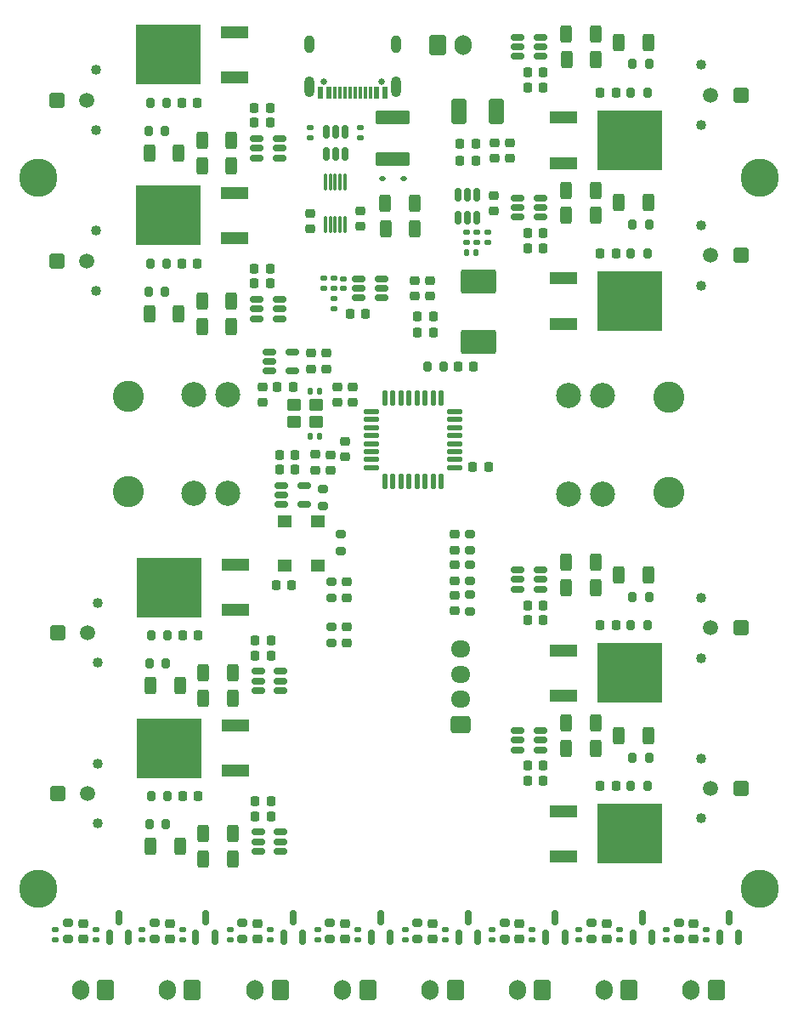
<source format=gbr>
%TF.GenerationSoftware,KiCad,Pcbnew,9.0.3-9.0.3-0~ubuntu24.04.1*%
%TF.CreationDate,2025-08-15T16:19:56-04:00*%
%TF.ProjectId,power distribution,706f7765-7220-4646-9973-747269627574,rev?*%
%TF.SameCoordinates,Original*%
%TF.FileFunction,Soldermask,Top*%
%TF.FilePolarity,Negative*%
%FSLAX46Y46*%
G04 Gerber Fmt 4.6, Leading zero omitted, Abs format (unit mm)*
G04 Created by KiCad (PCBNEW 9.0.3-9.0.3-0~ubuntu24.04.1) date 2025-08-15 16:19:56*
%MOMM*%
%LPD*%
G01*
G04 APERTURE LIST*
G04 Aperture macros list*
%AMRoundRect*
0 Rectangle with rounded corners*
0 $1 Rounding radius*
0 $2 $3 $4 $5 $6 $7 $8 $9 X,Y pos of 4 corners*
0 Add a 4 corners polygon primitive as box body*
4,1,4,$2,$3,$4,$5,$6,$7,$8,$9,$2,$3,0*
0 Add four circle primitives for the rounded corners*
1,1,$1+$1,$2,$3*
1,1,$1+$1,$4,$5*
1,1,$1+$1,$6,$7*
1,1,$1+$1,$8,$9*
0 Add four rect primitives between the rounded corners*
20,1,$1+$1,$2,$3,$4,$5,0*
20,1,$1+$1,$4,$5,$6,$7,0*
20,1,$1+$1,$6,$7,$8,$9,0*
20,1,$1+$1,$8,$9,$2,$3,0*%
G04 Aperture macros list end*
%ADD10RoundRect,0.250000X-0.312500X-0.625000X0.312500X-0.625000X0.312500X0.625000X-0.312500X0.625000X0*%
%ADD11RoundRect,0.225000X-0.250000X0.225000X-0.250000X-0.225000X0.250000X-0.225000X0.250000X0.225000X0*%
%ADD12RoundRect,0.225000X0.225000X0.250000X-0.225000X0.250000X-0.225000X-0.250000X0.225000X-0.250000X0*%
%ADD13RoundRect,0.225000X0.250000X-0.225000X0.250000X0.225000X-0.250000X0.225000X-0.250000X-0.225000X0*%
%ADD14RoundRect,0.218750X0.218750X0.256250X-0.218750X0.256250X-0.218750X-0.256250X0.218750X-0.256250X0*%
%ADD15RoundRect,0.250000X0.312500X0.625000X-0.312500X0.625000X-0.312500X-0.625000X0.312500X-0.625000X0*%
%ADD16RoundRect,0.249999X-1.450001X0.450001X-1.450001X-0.450001X1.450001X-0.450001X1.450001X0.450001X0*%
%ADD17RoundRect,0.218750X-0.256250X0.218750X-0.256250X-0.218750X0.256250X-0.218750X0.256250X0.218750X0*%
%ADD18C,1.020000*%
%ADD19RoundRect,0.250001X0.499999X-0.499999X0.499999X0.499999X-0.499999X0.499999X-0.499999X-0.499999X0*%
%ADD20C,1.500000*%
%ADD21RoundRect,0.200000X-0.200000X-0.275000X0.200000X-0.275000X0.200000X0.275000X-0.200000X0.275000X0*%
%ADD22RoundRect,0.150000X0.150000X-0.587500X0.150000X0.587500X-0.150000X0.587500X-0.150000X-0.587500X0*%
%ADD23C,3.800000*%
%ADD24RoundRect,0.200000X0.275000X-0.200000X0.275000X0.200000X-0.275000X0.200000X-0.275000X-0.200000X0*%
%ADD25R,1.360000X1.230000*%
%ADD26RoundRect,0.135000X-0.185000X0.135000X-0.185000X-0.135000X0.185000X-0.135000X0.185000X0.135000X0*%
%ADD27R,2.800000X1.300000*%
%ADD28R,6.500000X6.000000*%
%ADD29RoundRect,0.150000X-0.512500X-0.150000X0.512500X-0.150000X0.512500X0.150000X-0.512500X0.150000X0*%
%ADD30C,3.100000*%
%ADD31RoundRect,0.150000X-0.150000X0.512500X-0.150000X-0.512500X0.150000X-0.512500X0.150000X0.512500X0*%
%ADD32RoundRect,0.225000X-0.225000X-0.250000X0.225000X-0.250000X0.225000X0.250000X-0.225000X0.250000X0*%
%ADD33RoundRect,0.250001X-0.499999X0.499999X-0.499999X-0.499999X0.499999X-0.499999X0.499999X0.499999X0*%
%ADD34RoundRect,0.200000X0.200000X0.275000X-0.200000X0.275000X-0.200000X-0.275000X0.200000X-0.275000X0*%
%ADD35RoundRect,0.087500X-0.087500X0.725000X-0.087500X-0.725000X0.087500X-0.725000X0.087500X0.725000X0*%
%ADD36RoundRect,0.250000X0.600000X0.750000X-0.600000X0.750000X-0.600000X-0.750000X0.600000X-0.750000X0*%
%ADD37O,1.700000X2.000000*%
%ADD38RoundRect,0.150000X0.512500X0.150000X-0.512500X0.150000X-0.512500X-0.150000X0.512500X-0.150000X0*%
%ADD39RoundRect,0.140000X0.170000X-0.140000X0.170000X0.140000X-0.170000X0.140000X-0.170000X-0.140000X0*%
%ADD40RoundRect,0.135000X0.185000X-0.135000X0.185000X0.135000X-0.185000X0.135000X-0.185000X-0.135000X0*%
%ADD41RoundRect,0.112500X0.187500X0.112500X-0.187500X0.112500X-0.187500X-0.112500X0.187500X-0.112500X0*%
%ADD42RoundRect,0.218750X0.256250X-0.218750X0.256250X0.218750X-0.256250X0.218750X-0.256250X-0.218750X0*%
%ADD43RoundRect,0.140000X0.140000X0.170000X-0.140000X0.170000X-0.140000X-0.170000X0.140000X-0.170000X0*%
%ADD44RoundRect,0.250001X-1.499999X0.949999X-1.499999X-0.949999X1.499999X-0.949999X1.499999X0.949999X0*%
%ADD45RoundRect,0.250000X0.725000X-0.600000X0.725000X0.600000X-0.725000X0.600000X-0.725000X-0.600000X0*%
%ADD46O,1.950000X1.700000*%
%ADD47RoundRect,0.125000X-0.625000X-0.125000X0.625000X-0.125000X0.625000X0.125000X-0.625000X0.125000X0*%
%ADD48RoundRect,0.125000X-0.125000X-0.625000X0.125000X-0.625000X0.125000X0.625000X-0.125000X0.625000X0*%
%ADD49C,2.500000*%
%ADD50RoundRect,0.250000X0.450000X0.350000X-0.450000X0.350000X-0.450000X-0.350000X0.450000X-0.350000X0*%
%ADD51RoundRect,0.218750X-0.218750X-0.256250X0.218750X-0.256250X0.218750X0.256250X-0.218750X0.256250X0*%
%ADD52RoundRect,0.200000X-0.275000X0.200000X-0.275000X-0.200000X0.275000X-0.200000X0.275000X0.200000X0*%
%ADD53C,0.650000*%
%ADD54R,0.600000X1.240000*%
%ADD55R,0.300000X1.240000*%
%ADD56O,1.000000X2.100000*%
%ADD57O,1.000000X1.800000*%
%ADD58RoundRect,0.250000X-0.600000X-0.750000X0.600000X-0.750000X0.600000X0.750000X-0.600000X0.750000X0*%
%ADD59RoundRect,0.250001X-0.499999X-0.999999X0.499999X-0.999999X0.499999X0.999999X-0.499999X0.999999X0*%
G04 APERTURE END LIST*
D10*
%TO.C,R11*%
X109251510Y-26960000D03*
X112176510Y-26960000D03*
%TD*%
D11*
%TO.C,C56*%
X158220000Y-102450000D03*
X158220000Y-104000000D03*
%TD*%
D10*
%TO.C,R22*%
X104001510Y-41710000D03*
X106926510Y-41710000D03*
%TD*%
D12*
%TO.C,C1*%
X143250000Y-70730000D03*
X141700000Y-70730000D03*
%TD*%
D13*
%TO.C,C42*%
X121612500Y-47200000D03*
X121612500Y-45650000D03*
%TD*%
D14*
%TO.C,D25*%
X136287500Y-47000000D03*
X134712500Y-47000000D03*
%TD*%
D15*
%TO.C,R7*%
X153687500Y-67730000D03*
X150762500Y-67730000D03*
%TD*%
D16*
%TO.C,F1*%
X128250000Y-22200000D03*
X128250000Y-26300000D03*
%TD*%
D17*
%TO.C,D14*%
X123660000Y-68412500D03*
X123660000Y-69987500D03*
%TD*%
D18*
%TO.C,J2*%
X98714010Y-23460000D03*
X98714010Y-17460000D03*
D19*
X94774010Y-20460000D03*
D20*
X97774010Y-20460000D03*
%TD*%
D21*
%TO.C,R77*%
X151968750Y-35680000D03*
X153618750Y-35680000D03*
%TD*%
D22*
%TO.C,D21*%
X152150000Y-103750000D03*
X154050000Y-103750000D03*
X153100000Y-101875000D03*
%TD*%
D23*
%TO.C,M2*%
X164800000Y-99000000D03*
%TD*%
D24*
%TO.C,R83*%
X156720000Y-104000000D03*
X156720000Y-102350000D03*
%TD*%
D15*
%TO.C,R42*%
X112266510Y-93480000D03*
X109341510Y-93480000D03*
%TD*%
D10*
%TO.C,R78*%
X145512500Y-31930000D03*
X148437500Y-31930000D03*
%TD*%
D25*
%TO.C,SW1*%
X117500000Y-66750000D03*
X117500000Y-62390000D03*
%TD*%
D26*
%TO.C,R44*%
X94645000Y-102990000D03*
X94645000Y-104010000D03*
%TD*%
D27*
%TO.C,Q8*%
X145225000Y-38180000D03*
D28*
X151805000Y-40450000D03*
D27*
X145225000Y-42720000D03*
%TD*%
D13*
%TO.C,C3*%
X122750000Y-50525000D03*
X122750000Y-48975000D03*
%TD*%
D29*
%TO.C,U10*%
X114804010Y-77330000D03*
X114804010Y-78280000D03*
X114804010Y-79230000D03*
X117079010Y-79230000D03*
X117079010Y-78280000D03*
X117079010Y-77330000D03*
%TD*%
D30*
%TO.C,J17*%
X101884010Y-49940000D03*
X101884010Y-59440000D03*
%TD*%
D23*
%TO.C,M2*%
X164800000Y-28200000D03*
%TD*%
D10*
%TO.C,R33*%
X104091510Y-78730000D03*
X107016510Y-78730000D03*
%TD*%
D21*
%TO.C,R1*%
X151968750Y-72730000D03*
X153618750Y-72730000D03*
%TD*%
D31*
%TO.C,U8*%
X123488000Y-23574500D03*
X122538000Y-23574500D03*
X121588000Y-23574500D03*
X121588000Y-25849500D03*
X122538000Y-25849500D03*
X123488000Y-25849500D03*
%TD*%
D32*
%TO.C,C25*%
X134950000Y-24800000D03*
X136500000Y-24800000D03*
%TD*%
D10*
%TO.C,R43*%
X104091510Y-94730000D03*
X107016510Y-94730000D03*
%TD*%
D11*
%TO.C,C11*%
X131950000Y-38425000D03*
X131950000Y-39975000D03*
%TD*%
D13*
%TO.C,C23*%
X138275000Y-31475000D03*
X138275000Y-29925000D03*
%TD*%
D15*
%TO.C,R68*%
X153687500Y-14680000D03*
X150762500Y-14680000D03*
%TD*%
D18*
%TO.C,J13*%
X158975000Y-16930000D03*
X158975000Y-22930000D03*
D33*
X162915000Y-19930000D03*
D20*
X159915000Y-19930000D03*
%TD*%
D11*
%TO.C,C44*%
X132210000Y-102450000D03*
X132210000Y-104000000D03*
%TD*%
D18*
%TO.C,J3*%
X158975000Y-85980000D03*
X158975000Y-91980000D03*
D33*
X162915000Y-88980000D03*
D20*
X159915000Y-88980000D03*
%TD*%
D26*
%TO.C,R45*%
X98645000Y-102990000D03*
X98645000Y-104010000D03*
%TD*%
D32*
%TO.C,C38*%
X114529010Y-91730000D03*
X116079010Y-91730000D03*
%TD*%
D13*
%TO.C,C30*%
X125000000Y-33025000D03*
X125000000Y-31475000D03*
%TD*%
D34*
%TO.C,R17*%
X105720260Y-36710000D03*
X104070260Y-36710000D03*
%TD*%
D35*
%TO.C,U9*%
X123500000Y-28637500D03*
X123000000Y-28637500D03*
X122500000Y-28637500D03*
X122000000Y-28637500D03*
X121500000Y-28637500D03*
X121500000Y-32862500D03*
X122000000Y-32862500D03*
X122500000Y-32862500D03*
X123000000Y-32862500D03*
X123500000Y-32862500D03*
%TD*%
D11*
%TO.C,C40*%
X115250000Y-48975000D03*
X115250000Y-50525000D03*
%TD*%
%TO.C,C53*%
X114770000Y-102450000D03*
X114770000Y-104000000D03*
%TD*%
D36*
%TO.C,J14*%
X108270000Y-109000000D03*
D37*
X105770000Y-109000000D03*
%TD*%
D36*
%TO.C,J15*%
X143130000Y-109000000D03*
D37*
X140630000Y-109000000D03*
%TD*%
D32*
%TO.C,C21*%
X114439010Y-38710000D03*
X115989010Y-38710000D03*
%TD*%
D36*
%TO.C,J10*%
X99645000Y-109000000D03*
D37*
X97145000Y-109000000D03*
%TD*%
D11*
%TO.C,C7*%
X120500000Y-55725000D03*
X120500000Y-57275000D03*
%TD*%
D26*
%TO.C,R61*%
X103270000Y-102990000D03*
X103270000Y-104010000D03*
%TD*%
%TO.C,R87*%
X159470000Y-102990000D03*
X159470000Y-104010000D03*
%TD*%
D32*
%TO.C,C33*%
X116975000Y-55750000D03*
X118525000Y-55750000D03*
%TD*%
D21*
%TO.C,R16*%
X151968750Y-88730000D03*
X153618750Y-88730000D03*
%TD*%
D32*
%TO.C,C8*%
X114439010Y-22710000D03*
X115989010Y-22710000D03*
%TD*%
D11*
%TO.C,C54*%
X149550000Y-102450000D03*
X149550000Y-104000000D03*
%TD*%
D38*
%TO.C,U15*%
X142975000Y-32080000D03*
X142975000Y-31130000D03*
X142975000Y-30180000D03*
X140700000Y-30180000D03*
X140700000Y-31130000D03*
X140700000Y-32080000D03*
%TD*%
D12*
%TO.C,C14*%
X132250000Y-42000000D03*
X130700000Y-42000000D03*
%TD*%
D22*
%TO.C,D20*%
X117370000Y-103750000D03*
X119270000Y-103750000D03*
X118320000Y-101875000D03*
%TD*%
D15*
%TO.C,R32*%
X112266510Y-77480000D03*
X109341510Y-77480000D03*
%TD*%
D39*
%TO.C,C17*%
X123350000Y-39180000D03*
X123350000Y-38220000D03*
%TD*%
D32*
%TO.C,C15*%
X116625000Y-68700000D03*
X118175000Y-68700000D03*
%TD*%
D24*
%TO.C,R40*%
X130710000Y-104000000D03*
X130710000Y-102350000D03*
%TD*%
D11*
%TO.C,C27*%
X139875000Y-24700000D03*
X139875000Y-26250000D03*
%TD*%
D24*
%TO.C,R58*%
X104520000Y-104000000D03*
X104520000Y-102350000D03*
%TD*%
D40*
%TO.C,R12*%
X122350000Y-39210000D03*
X122350000Y-38190000D03*
%TD*%
D11*
%TO.C,C12*%
X130450000Y-38425000D03*
X130450000Y-39975000D03*
%TD*%
D22*
%TO.C,D24*%
X160820000Y-103750000D03*
X162720000Y-103750000D03*
X161770000Y-101875000D03*
%TD*%
D29*
%TO.C,U12*%
X115975000Y-45500000D03*
X115975000Y-46450000D03*
X115975000Y-47400000D03*
X118250000Y-47400000D03*
X118250000Y-45500000D03*
%TD*%
D11*
%TO.C,C26*%
X138375000Y-24725000D03*
X138375000Y-26275000D03*
%TD*%
D12*
%TO.C,C19*%
X143250000Y-86730000D03*
X141700000Y-86730000D03*
%TD*%
D26*
%TO.C,R84*%
X120740000Y-102990000D03*
X120740000Y-104010000D03*
%TD*%
%TO.C,R75*%
X146800000Y-102990000D03*
X146800000Y-104010000D03*
%TD*%
D22*
%TO.C,D9*%
X134810000Y-103750000D03*
X136710000Y-103750000D03*
X135760000Y-101875000D03*
%TD*%
D27*
%TO.C,Q1*%
X145225000Y-75230000D03*
D28*
X151805000Y-77500000D03*
D27*
X145225000Y-79770000D03*
%TD*%
D24*
%TO.C,R59*%
X139380000Y-104000000D03*
X139380000Y-102350000D03*
%TD*%
D11*
%TO.C,C55*%
X123490000Y-102450000D03*
X123490000Y-104000000D03*
%TD*%
D10*
%TO.C,R50*%
X109341510Y-95980000D03*
X112266510Y-95980000D03*
%TD*%
D13*
%TO.C,C4*%
X124250000Y-50525000D03*
X124250000Y-48975000D03*
%TD*%
D32*
%TO.C,C39*%
X116725000Y-49000000D03*
X118275000Y-49000000D03*
%TD*%
D12*
%TO.C,C51*%
X143250000Y-33680000D03*
X141700000Y-33680000D03*
%TD*%
D24*
%TO.C,R39*%
X95895000Y-104000000D03*
X95895000Y-102350000D03*
%TD*%
D38*
%TO.C,U6*%
X142975000Y-85130000D03*
X142975000Y-84180000D03*
X142975000Y-83230000D03*
X140700000Y-83230000D03*
X140700000Y-84180000D03*
X140700000Y-85130000D03*
%TD*%
D11*
%TO.C,C43*%
X97395000Y-102450000D03*
X97395000Y-104000000D03*
%TD*%
D18*
%TO.C,J19*%
X158975000Y-32930000D03*
X158975000Y-38930000D03*
D33*
X162915000Y-35930000D03*
D20*
X159915000Y-35930000D03*
%TD*%
D41*
%TO.C,D5*%
X129300000Y-28250000D03*
X127200000Y-28250000D03*
%TD*%
D13*
%TO.C,C29*%
X119987500Y-33300000D03*
X119987500Y-31750000D03*
%TD*%
D42*
%TO.C,D13*%
X134400000Y-71300000D03*
X134400000Y-69725000D03*
%TD*%
D22*
%TO.C,D8*%
X99995000Y-103750000D03*
X101895000Y-103750000D03*
X100945000Y-101875000D03*
%TD*%
D12*
%TO.C,C47*%
X143250000Y-17680000D03*
X141700000Y-17680000D03*
%TD*%
D29*
%TO.C,U13*%
X114804010Y-93330000D03*
X114804010Y-94280000D03*
X114804010Y-95230000D03*
X117079010Y-95230000D03*
X117079010Y-94280000D03*
X117079010Y-93330000D03*
%TD*%
D13*
%TO.C,C36*%
X122000000Y-57300000D03*
X122000000Y-55750000D03*
%TD*%
D32*
%TO.C,C9*%
X114439010Y-21210000D03*
X115989010Y-21210000D03*
%TD*%
D43*
%TO.C,C28*%
X136555000Y-35600000D03*
X135595000Y-35600000D03*
%TD*%
D26*
%TO.C,R27*%
X136575000Y-33590000D03*
X136575000Y-34610000D03*
%TD*%
D42*
%TO.C,D12*%
X134400000Y-68300000D03*
X134400000Y-66725000D03*
%TD*%
D15*
%TO.C,R6*%
X112176510Y-24460000D03*
X109251510Y-24460000D03*
%TD*%
D10*
%TO.C,R8*%
X104001510Y-25710000D03*
X106926510Y-25710000D03*
%TD*%
D32*
%TO.C,C24*%
X134950000Y-26500000D03*
X136500000Y-26500000D03*
%TD*%
D10*
%TO.C,R5*%
X145512500Y-68980000D03*
X148437500Y-68980000D03*
%TD*%
D36*
%TO.C,J22*%
X125740000Y-109000000D03*
D37*
X123240000Y-109000000D03*
%TD*%
D26*
%TO.C,R21*%
X137675000Y-33590000D03*
X137675000Y-34610000D03*
%TD*%
D10*
%TO.C,R29*%
X127500000Y-30750000D03*
X130425000Y-30750000D03*
%TD*%
D26*
%TO.C,R62*%
X107270000Y-102990000D03*
X107270000Y-104010000D03*
%TD*%
D34*
%TO.C,R30*%
X105810260Y-73730000D03*
X104160260Y-73730000D03*
%TD*%
D32*
%TO.C,C5*%
X136200000Y-57000000D03*
X137750000Y-57000000D03*
%TD*%
D43*
%TO.C,C16*%
X120955000Y-49425000D03*
X119995000Y-49425000D03*
%TD*%
D15*
%TO.C,R23*%
X148437500Y-82480000D03*
X145512500Y-82480000D03*
%TD*%
D21*
%TO.C,R88*%
X131675000Y-47000000D03*
X133325000Y-47000000D03*
%TD*%
D27*
%TO.C,Q2*%
X112464010Y-18210000D03*
D28*
X105884010Y-15940000D03*
D27*
X112464010Y-13670000D03*
%TD*%
D25*
%TO.C,SW2*%
X120750000Y-62390000D03*
X120750000Y-66750000D03*
%TD*%
D24*
%TO.C,R71*%
X113270000Y-104000000D03*
X113270000Y-102350000D03*
%TD*%
D12*
%TO.C,C46*%
X143250000Y-19180000D03*
X141700000Y-19180000D03*
%TD*%
D34*
%TO.C,R2*%
X105720260Y-20710000D03*
X104070260Y-20710000D03*
%TD*%
D10*
%TO.C,R31*%
X127537500Y-33250000D03*
X130462500Y-33250000D03*
%TD*%
D29*
%TO.C,U11*%
X117137500Y-58800000D03*
X117137500Y-59750000D03*
X117137500Y-60700000D03*
X119412500Y-60700000D03*
X119412500Y-58800000D03*
%TD*%
D27*
%TO.C,Q7*%
X145225000Y-22180000D03*
D28*
X151805000Y-24450000D03*
D27*
X145225000Y-26720000D03*
%TD*%
D15*
%TO.C,R19*%
X112176510Y-40460000D03*
X109251510Y-40460000D03*
%TD*%
D43*
%TO.C,C18*%
X120955000Y-53925000D03*
X119995000Y-53925000D03*
%TD*%
D36*
%TO.C,J20*%
X117020000Y-109000000D03*
D37*
X114520000Y-109000000D03*
%TD*%
D14*
%TO.C,D2*%
X108782760Y-20710000D03*
X107207760Y-20710000D03*
%TD*%
D40*
%TO.C,R15*%
X121350000Y-39210000D03*
X121350000Y-38190000D03*
%TD*%
D15*
%TO.C,R79*%
X153687500Y-30680000D03*
X150762500Y-30680000D03*
%TD*%
D36*
%TO.C,J11*%
X134460000Y-109000000D03*
D37*
X131960000Y-109000000D03*
%TD*%
D44*
%TO.C,L1*%
X136750000Y-38500000D03*
X136750000Y-44500000D03*
%TD*%
D45*
%TO.C,J4*%
X135000000Y-82600000D03*
D46*
X135000000Y-80100000D03*
X135000000Y-77600000D03*
X135000000Y-75100000D03*
%TD*%
D47*
%TO.C,U4*%
X126075000Y-51450000D03*
X126075000Y-52250000D03*
X126075000Y-53050000D03*
X126075000Y-53850000D03*
X126075000Y-54650000D03*
X126075000Y-55450000D03*
X126075000Y-56250000D03*
X126075000Y-57050000D03*
D48*
X127450000Y-58425000D03*
X128250000Y-58425000D03*
X129050000Y-58425000D03*
X129850000Y-58425000D03*
X130650000Y-58425000D03*
X131450000Y-58425000D03*
X132250000Y-58425000D03*
X133050000Y-58425000D03*
D47*
X134425000Y-57050000D03*
X134425000Y-56250000D03*
X134425000Y-55450000D03*
X134425000Y-54650000D03*
X134425000Y-53850000D03*
X134425000Y-53050000D03*
X134425000Y-52250000D03*
X134425000Y-51450000D03*
D48*
X133050000Y-50075000D03*
X132250000Y-50075000D03*
X131450000Y-50075000D03*
X130650000Y-50075000D03*
X129850000Y-50075000D03*
X129050000Y-50075000D03*
X128250000Y-50075000D03*
X127450000Y-50075000D03*
%TD*%
D18*
%TO.C,J1*%
X158975000Y-69980000D03*
X158975000Y-75980000D03*
D33*
X162915000Y-72980000D03*
D20*
X159915000Y-72980000D03*
%TD*%
D23*
%TO.C,M2*%
X92900000Y-28200000D03*
%TD*%
D49*
%TO.C,F2*%
X111834010Y-49800000D03*
X108434010Y-49800000D03*
X111834010Y-59600000D03*
X108434010Y-59600000D03*
%TD*%
D27*
%TO.C,Q6*%
X112554010Y-87230000D03*
D28*
X105974010Y-84960000D03*
D27*
X112554010Y-82690000D03*
%TD*%
D15*
%TO.C,R80*%
X148437500Y-29430000D03*
X145512500Y-29430000D03*
%TD*%
D50*
%TO.C,Y1*%
X120575000Y-50825000D03*
X118375000Y-50825000D03*
X118375000Y-52525000D03*
X120575000Y-52525000D03*
%TD*%
D32*
%TO.C,C31*%
X114529010Y-75730000D03*
X116079010Y-75730000D03*
%TD*%
D51*
%TO.C,D19*%
X148906250Y-19680000D03*
X150481250Y-19680000D03*
%TD*%
D12*
%TO.C,C52*%
X143250000Y-35180000D03*
X141700000Y-35180000D03*
%TD*%
D42*
%TO.C,D11*%
X134400000Y-65262500D03*
X134400000Y-63687500D03*
%TD*%
D27*
%TO.C,Q4*%
X112464010Y-34210000D03*
D28*
X105884010Y-31940000D03*
D27*
X112464010Y-29670000D03*
%TD*%
D34*
%TO.C,R81*%
X153775000Y-32880000D03*
X152125000Y-32880000D03*
%TD*%
D51*
%TO.C,D1*%
X148906250Y-72730000D03*
X150481250Y-72730000D03*
%TD*%
D32*
%TO.C,C32*%
X114529010Y-74230000D03*
X116079010Y-74230000D03*
%TD*%
D11*
%TO.C,C48*%
X106020000Y-102450000D03*
X106020000Y-104000000D03*
%TD*%
D34*
%TO.C,R25*%
X153775000Y-85930000D03*
X152125000Y-85930000D03*
%TD*%
D27*
%TO.C,Q3*%
X145225000Y-91230000D03*
D28*
X151805000Y-93500000D03*
D27*
X145225000Y-95770000D03*
%TD*%
D26*
%TO.C,R73*%
X112020000Y-102990000D03*
X112020000Y-104010000D03*
%TD*%
%TO.C,R63*%
X138130000Y-102990000D03*
X138130000Y-104010000D03*
%TD*%
D23*
%TO.C,M2*%
X92900000Y-99000000D03*
%TD*%
D52*
%TO.C,R56*%
X122160000Y-72887500D03*
X122160000Y-74537500D03*
%TD*%
D29*
%TO.C,U3*%
X114714010Y-24310000D03*
X114714010Y-25260000D03*
X114714010Y-26210000D03*
X116989010Y-26210000D03*
X116989010Y-25260000D03*
X116989010Y-24310000D03*
%TD*%
D26*
%TO.C,R85*%
X124740000Y-102990000D03*
X124740000Y-104010000D03*
%TD*%
D12*
%TO.C,C13*%
X132250000Y-43600000D03*
X130700000Y-43600000D03*
%TD*%
D26*
%TO.C,R86*%
X155470000Y-102990000D03*
X155470000Y-104010000D03*
%TD*%
%TO.C,R47*%
X133460000Y-102990000D03*
X133460000Y-104010000D03*
%TD*%
D18*
%TO.C,J6*%
X98804010Y-76480000D03*
X98804010Y-70480000D03*
D19*
X94864010Y-73480000D03*
D20*
X97864010Y-73480000D03*
%TD*%
D40*
%TO.C,R3*%
X122350000Y-41210000D03*
X122350000Y-40190000D03*
%TD*%
D11*
%TO.C,C49*%
X140880000Y-102450000D03*
X140880000Y-104000000D03*
%TD*%
D21*
%TO.C,R37*%
X104004010Y-76530000D03*
X105654010Y-76530000D03*
%TD*%
D52*
%TO.C,R10*%
X123100000Y-63700000D03*
X123100000Y-65350000D03*
%TD*%
D26*
%TO.C,R46*%
X129460000Y-102990000D03*
X129460000Y-104010000D03*
%TD*%
D38*
%TO.C,U1*%
X127137500Y-40150000D03*
X127137500Y-39200000D03*
X127137500Y-38250000D03*
X124862500Y-38250000D03*
X124862500Y-39200000D03*
X124862500Y-40150000D03*
%TD*%
%TO.C,U2*%
X142975000Y-69130000D03*
X142975000Y-68180000D03*
X142975000Y-67230000D03*
X140700000Y-67230000D03*
X140700000Y-68180000D03*
X140700000Y-69130000D03*
%TD*%
D13*
%TO.C,C41*%
X120132500Y-47200000D03*
X120132500Y-45650000D03*
%TD*%
D26*
%TO.C,R76*%
X150800000Y-102990000D03*
X150800000Y-104010000D03*
%TD*%
D34*
%TO.C,R13*%
X153775000Y-69930000D03*
X152125000Y-69930000D03*
%TD*%
D21*
%TO.C,R57*%
X151968750Y-19680000D03*
X153618750Y-19680000D03*
%TD*%
D40*
%TO.C,R28*%
X135575000Y-34610000D03*
X135575000Y-33590000D03*
%TD*%
D18*
%TO.C,J9*%
X98804010Y-92480000D03*
X98804010Y-86480000D03*
D19*
X94864010Y-89480000D03*
D20*
X97864010Y-89480000D03*
%TD*%
D31*
%TO.C,U5*%
X136625000Y-29862500D03*
X135675000Y-29862500D03*
X134725000Y-29862500D03*
X134725000Y-32137500D03*
X135675000Y-32137500D03*
X136625000Y-32137500D03*
%TD*%
D32*
%TO.C,C34*%
X116975000Y-57250000D03*
X118525000Y-57250000D03*
%TD*%
D34*
%TO.C,R38*%
X105810260Y-89730000D03*
X104160260Y-89730000D03*
%TD*%
D49*
%TO.C,F3*%
X145750000Y-59650000D03*
X149150000Y-59650000D03*
X145750000Y-49850000D03*
X149150000Y-49850000D03*
%TD*%
D36*
%TO.C,J23*%
X160470000Y-109000000D03*
D37*
X157970000Y-109000000D03*
%TD*%
D24*
%TO.C,R52*%
X135900000Y-65300000D03*
X135900000Y-63650000D03*
%TD*%
D53*
%TO.C,J8*%
X127140000Y-18605000D03*
X121360000Y-18605000D03*
D54*
X127450000Y-19725000D03*
X126650000Y-19725000D03*
D55*
X125500000Y-19725000D03*
X124500000Y-19725000D03*
X124000000Y-19725000D03*
X123000000Y-19725000D03*
D54*
X121850000Y-19725000D03*
X121050000Y-19725000D03*
X121050000Y-19725000D03*
X121850000Y-19725000D03*
D55*
X122500000Y-19725000D03*
X123500000Y-19725000D03*
X125000000Y-19725000D03*
X126000000Y-19725000D03*
D54*
X126650000Y-19725000D03*
X127450000Y-19725000D03*
D56*
X128570000Y-19125000D03*
D57*
X128570000Y-14925000D03*
D56*
X119930000Y-19125000D03*
D57*
X119930000Y-14925000D03*
%TD*%
D30*
%TO.C,J18*%
X155750000Y-59500000D03*
X155750000Y-50000000D03*
%TD*%
D10*
%TO.C,R24*%
X109251510Y-42960000D03*
X112176510Y-42960000D03*
%TD*%
D51*
%TO.C,D3*%
X148906250Y-88730000D03*
X150481250Y-88730000D03*
%TD*%
D17*
%TO.C,D15*%
X123660000Y-72925000D03*
X123660000Y-74500000D03*
%TD*%
D32*
%TO.C,C37*%
X114529010Y-90230000D03*
X116079010Y-90230000D03*
%TD*%
D24*
%TO.C,R53*%
X135900000Y-68337500D03*
X135900000Y-66687500D03*
%TD*%
D32*
%TO.C,C10*%
X124000000Y-41700000D03*
X125550000Y-41700000D03*
%TD*%
D14*
%TO.C,D6*%
X108872760Y-73730000D03*
X107297760Y-73730000D03*
%TD*%
D52*
%TO.C,R55*%
X122160000Y-68375000D03*
X122160000Y-70025000D03*
%TD*%
D15*
%TO.C,R9*%
X148437500Y-66480000D03*
X145512500Y-66480000D03*
%TD*%
D21*
%TO.C,R14*%
X103914010Y-23510000D03*
X105564010Y-23510000D03*
%TD*%
D10*
%TO.C,R18*%
X145512500Y-84980000D03*
X148437500Y-84980000D03*
%TD*%
D15*
%TO.C,R69*%
X148437500Y-13900000D03*
X145512500Y-13900000D03*
%TD*%
D18*
%TO.C,J5*%
X98714010Y-39460000D03*
X98714010Y-33460000D03*
D19*
X94774010Y-36460000D03*
D20*
X97774010Y-36460000D03*
%TD*%
D26*
%TO.C,R34*%
X125038000Y-23202000D03*
X125038000Y-24222000D03*
%TD*%
D22*
%TO.C,D23*%
X126090000Y-103750000D03*
X127990000Y-103750000D03*
X127040000Y-101875000D03*
%TD*%
D26*
%TO.C,R74*%
X116020000Y-102990000D03*
X116020000Y-104010000D03*
%TD*%
D10*
%TO.C,R67*%
X145537500Y-16400000D03*
X148462500Y-16400000D03*
%TD*%
D52*
%TO.C,R4*%
X121300000Y-59175000D03*
X121300000Y-60825000D03*
%TD*%
D14*
%TO.C,D4*%
X108782760Y-36710000D03*
X107207760Y-36710000D03*
%TD*%
D22*
%TO.C,D16*%
X108620000Y-103750000D03*
X110520000Y-103750000D03*
X109570000Y-101875000D03*
%TD*%
D26*
%TO.C,R35*%
X120038000Y-23192000D03*
X120038000Y-24212000D03*
%TD*%
D22*
%TO.C,D17*%
X143480000Y-103750000D03*
X145380000Y-103750000D03*
X144430000Y-101875000D03*
%TD*%
D29*
%TO.C,U7*%
X114714010Y-40310000D03*
X114714010Y-41260000D03*
X114714010Y-42210000D03*
X116989010Y-42210000D03*
X116989010Y-41260000D03*
X116989010Y-40310000D03*
%TD*%
D24*
%TO.C,R54*%
X135900000Y-71325000D03*
X135900000Y-69675000D03*
%TD*%
D58*
%TO.C,J7*%
X132750000Y-15000000D03*
D37*
X135250000Y-15000000D03*
%TD*%
D24*
%TO.C,R72*%
X148050000Y-104000000D03*
X148050000Y-102350000D03*
%TD*%
D11*
%TO.C,C6*%
X123500000Y-54425000D03*
X123500000Y-55975000D03*
%TD*%
D51*
%TO.C,D22*%
X148906250Y-35680000D03*
X150481250Y-35680000D03*
%TD*%
D26*
%TO.C,R64*%
X142130000Y-102990000D03*
X142130000Y-104010000D03*
%TD*%
D12*
%TO.C,C20*%
X143250000Y-88230000D03*
X141700000Y-88230000D03*
%TD*%
D21*
%TO.C,R26*%
X103914010Y-39510000D03*
X105564010Y-39510000D03*
%TD*%
D59*
%TO.C,L2*%
X134825000Y-21600000D03*
X138525000Y-21600000D03*
%TD*%
D32*
%TO.C,C22*%
X114439010Y-37210000D03*
X115989010Y-37210000D03*
%TD*%
D21*
%TO.C,R51*%
X104004010Y-92530000D03*
X105654010Y-92530000D03*
%TD*%
D27*
%TO.C,Q5*%
X112554010Y-71230000D03*
D28*
X105974010Y-68960000D03*
D27*
X112554010Y-66690000D03*
%TD*%
D38*
%TO.C,U14*%
X142975000Y-16080000D03*
X142975000Y-15130000D03*
X142975000Y-14180000D03*
X140700000Y-14180000D03*
X140700000Y-15130000D03*
X140700000Y-16080000D03*
%TD*%
D10*
%TO.C,R36*%
X109341510Y-79980000D03*
X112266510Y-79980000D03*
%TD*%
D24*
%TO.C,R82*%
X121990000Y-104000000D03*
X121990000Y-102350000D03*
%TD*%
D36*
%TO.C,J21*%
X151800000Y-109000000D03*
D37*
X149300000Y-109000000D03*
%TD*%
D15*
%TO.C,R20*%
X153687500Y-83730000D03*
X150762500Y-83730000D03*
%TD*%
D12*
%TO.C,C2*%
X143250000Y-72230000D03*
X141700000Y-72230000D03*
%TD*%
D34*
%TO.C,R70*%
X153775000Y-16880000D03*
X152125000Y-16880000D03*
%TD*%
D14*
%TO.C,D7*%
X108872760Y-89730000D03*
X107297760Y-89730000D03*
%TD*%
M02*

</source>
